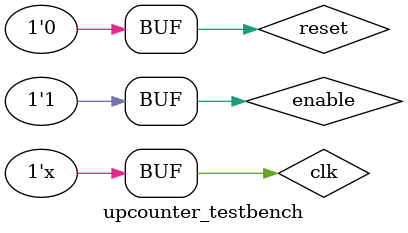
<source format=v>
/*Important: Once you run ./a.out, it will keep running infinitely, because it is in an always block. You need to hit Ctrl +Z to stop it, else, the vcd will become a large file and will never end.

*/

`timescale 1ns/1ps

module up_counter    (
out     ,  // Output of the counter
enable  ,  // enable for counter
clk     ,  // clock Input
reset      // reset Input
);

output [3:0] out;
//you can alternately write this as output reg [3:0] out;
input enable, clk, reset;
//------------Internal Variables--------
reg [3:0] out; 



always @(posedge clk)
if (reset) begin //reset ==1
  out = 4'b0 ;
end 
else if (enable) begin //reset =0
  out = out + 1;
end

endmodule 


module upcounter_testbench();
reg clk, reset, enable;
wire [3:0] out;

//create an instance of the design
up_counter dut(out, enable, clk, reset);

initial begin

//note that these statements are sequential.. execute one after the other 

$dumpfile ("count.vcd"); 
$dumpvars(0,upcounter_testbench);

clk=0;  //at time=0
enable=0;  //at time=0
reset=1;//at time=0

#20; //delay 20 units
reset=0; //after 20 units of time, reset becomes 0
enable=1; //at the same time, at time=20, enable is made 1

//Try this statement instead:
//#10 enable=1; //enable is made 1 at 30 units of time. Note the difference in the waveform

end


always 
#5 clk=~clk;  // toggle or negate the clk input every 5 units of time


endmodule 

</source>
